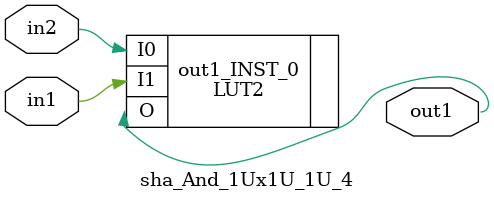
<source format=v>
`timescale 1 ps / 1 ps

(* STRUCTURAL_NETLIST = "yes" *)
module sha_And_1Ux1U_1U_4
   (in2,
    in1,
    out1);
  input in2;
  input in1;
  output out1;

  wire in1;
  wire in2;
  wire out1;

  LUT2 #(
    .INIT(4'h8)) 
    out1_INST_0
       (.I0(in2),
        .I1(in1),
        .O(out1));
endmodule


</source>
